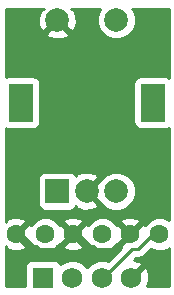
<source format=gbr>
G04 #@! TF.FileFunction,Copper,L2,Bot,Signal*
%FSLAX46Y46*%
G04 Gerber Fmt 4.6, Leading zero omitted, Abs format (unit mm)*
G04 Created by KiCad (PCBNEW 4.0.6) date Tue Nov  6 18:34:32 2018*
%MOMM*%
%LPD*%
G01*
G04 APERTURE LIST*
%ADD10C,0.100000*%
%ADD11C,2.000000*%
%ADD12R,2.000000X3.200000*%
%ADD13R,2.000000X2.000000*%
%ADD14C,1.600000*%
%ADD15R,1.750000X1.750000*%
%ADD16C,1.750000*%
%ADD17C,0.250000*%
%ADD18C,0.254000*%
G04 APERTURE END LIST*
D10*
D11*
X158924000Y-96675800D03*
X153924000Y-96675800D03*
D12*
X162024000Y-103675800D03*
X150824000Y-103675800D03*
D11*
X158924000Y-111175800D03*
X156424000Y-111175800D03*
D13*
X153924000Y-111175800D03*
D14*
X162560000Y-114808000D03*
X160060000Y-114808000D03*
X157734000Y-114808000D03*
X155234000Y-114808000D03*
X152908000Y-114808000D03*
X150408000Y-114808000D03*
D15*
X152704800Y-118491000D03*
D16*
X155204800Y-118491000D03*
X157704800Y-118491000D03*
X160204800Y-118491000D03*
D17*
X157704800Y-118491000D02*
X157734000Y-118618000D01*
X157734000Y-118618000D02*
X160274000Y-116078000D01*
X160274000Y-116078000D02*
X160782000Y-116078000D01*
X160782000Y-116078000D02*
X162052000Y-114808000D01*
X162052000Y-114808000D02*
X162560000Y-114808000D01*
X160060000Y-114808000D02*
X160020000Y-114808000D01*
X160020000Y-114808000D02*
X158750000Y-116078000D01*
X158750000Y-116078000D02*
X157226000Y-116078000D01*
X157226000Y-116078000D02*
X156972000Y-115824000D01*
X156972000Y-115824000D02*
X156718000Y-115824000D01*
X156718000Y-115824000D02*
X155702000Y-114808000D01*
X155702000Y-114808000D02*
X155234000Y-114808000D01*
X155234000Y-114808000D02*
X155194000Y-114808000D01*
X155194000Y-114808000D02*
X153924000Y-116078000D01*
X153924000Y-116078000D02*
X152400000Y-116078000D01*
X152400000Y-116078000D02*
X152146000Y-115824000D01*
X152146000Y-115824000D02*
X151892000Y-115824000D01*
X151892000Y-115824000D02*
X150876000Y-114808000D01*
X150876000Y-114808000D02*
X150408000Y-114808000D01*
D18*
G36*
X163374000Y-119178000D02*
X161561600Y-119178000D01*
X161726390Y-118725694D01*
X161700379Y-118125542D01*
X161520753Y-117691884D01*
X161266860Y-117608545D01*
X160384405Y-118491000D01*
X160398548Y-118505143D01*
X160218943Y-118684748D01*
X160204800Y-118670605D01*
X160190658Y-118684748D01*
X160011053Y-118505143D01*
X160025195Y-118491000D01*
X160011053Y-118476858D01*
X160190658Y-118297253D01*
X160204800Y-118311395D01*
X161087255Y-117428940D01*
X161003916Y-117175047D01*
X160452613Y-116974189D01*
X160588802Y-116838000D01*
X160782000Y-116838000D01*
X161072839Y-116780148D01*
X161319401Y-116615401D01*
X161862595Y-116072207D01*
X162273309Y-116242750D01*
X162844187Y-116243248D01*
X163371800Y-116025243D01*
X163374000Y-116023047D01*
X163374000Y-119178000D01*
X163374000Y-119178000D01*
G37*
X163374000Y-119178000D02*
X161561600Y-119178000D01*
X161726390Y-118725694D01*
X161700379Y-118125542D01*
X161520753Y-117691884D01*
X161266860Y-117608545D01*
X160384405Y-118491000D01*
X160398548Y-118505143D01*
X160218943Y-118684748D01*
X160204800Y-118670605D01*
X160190658Y-118684748D01*
X160011053Y-118505143D01*
X160025195Y-118491000D01*
X160011053Y-118476858D01*
X160190658Y-118297253D01*
X160204800Y-118311395D01*
X161087255Y-117428940D01*
X161003916Y-117175047D01*
X160452613Y-116974189D01*
X160588802Y-116838000D01*
X160782000Y-116838000D01*
X161072839Y-116780148D01*
X161319401Y-116615401D01*
X161862595Y-116072207D01*
X162273309Y-116242750D01*
X162844187Y-116243248D01*
X163371800Y-116025243D01*
X163374000Y-116023047D01*
X163374000Y-119178000D01*
G36*
X152504613Y-95801536D02*
X152278092Y-96411261D01*
X152302144Y-97061260D01*
X152504613Y-97550064D01*
X152771468Y-97648727D01*
X153744395Y-96675800D01*
X153730253Y-96661658D01*
X153909858Y-96482053D01*
X153924000Y-96496195D01*
X153938143Y-96482053D01*
X154117748Y-96661658D01*
X154103605Y-96675800D01*
X155076532Y-97648727D01*
X155343387Y-97550064D01*
X155569908Y-96940339D01*
X155545856Y-96290340D01*
X155343387Y-95801536D01*
X155084990Y-95706000D01*
X157581233Y-95706000D01*
X157538722Y-95748437D01*
X157289284Y-96349152D01*
X157288716Y-96999595D01*
X157537106Y-97600743D01*
X157996637Y-98061078D01*
X158597352Y-98310516D01*
X159247795Y-98311084D01*
X159848943Y-98062694D01*
X160309278Y-97603163D01*
X160558716Y-97002448D01*
X160559284Y-96352005D01*
X160310894Y-95750857D01*
X160266115Y-95706000D01*
X163374000Y-95706000D01*
X163374000Y-101546405D01*
X163275890Y-101479369D01*
X163024000Y-101428360D01*
X161024000Y-101428360D01*
X160788683Y-101472638D01*
X160572559Y-101611710D01*
X160427569Y-101823910D01*
X160376560Y-102075800D01*
X160376560Y-105275800D01*
X160420838Y-105511117D01*
X160559910Y-105727241D01*
X160772110Y-105872231D01*
X161024000Y-105923240D01*
X163024000Y-105923240D01*
X163259317Y-105878962D01*
X163374000Y-105805166D01*
X163374000Y-113592253D01*
X163373923Y-113592176D01*
X162846691Y-113373250D01*
X162275813Y-113372752D01*
X161748200Y-113590757D01*
X161344176Y-113994077D01*
X161316577Y-114060544D01*
X161313864Y-114053995D01*
X161067745Y-113979861D01*
X160239605Y-114808000D01*
X160253748Y-114822142D01*
X160074143Y-115001748D01*
X160060000Y-114987605D01*
X159231861Y-115815745D01*
X159285008Y-115992190D01*
X158211007Y-117066191D01*
X158006475Y-116981262D01*
X157405760Y-116980738D01*
X156850571Y-117210138D01*
X156454482Y-117605536D01*
X156061263Y-117211630D01*
X155506475Y-116981262D01*
X154905760Y-116980738D01*
X154350571Y-117210138D01*
X154181697Y-117378717D01*
X154043890Y-117164559D01*
X153831690Y-117019569D01*
X153579800Y-116968560D01*
X151829800Y-116968560D01*
X151594483Y-117012838D01*
X151378359Y-117151910D01*
X151233369Y-117364110D01*
X151182360Y-117616000D01*
X151182360Y-119178000D01*
X149554000Y-119178000D01*
X149554000Y-115841608D01*
X149579861Y-115815747D01*
X149653995Y-116061864D01*
X150191223Y-116254965D01*
X150761454Y-116227778D01*
X151162005Y-116061864D01*
X151236139Y-115815745D01*
X150408000Y-114987605D01*
X150393858Y-115001748D01*
X150214252Y-114822142D01*
X150228395Y-114808000D01*
X150587605Y-114808000D01*
X151415745Y-115636139D01*
X151661864Y-115562005D01*
X151664196Y-115555517D01*
X151690757Y-115619800D01*
X152094077Y-116023824D01*
X152621309Y-116242750D01*
X153192187Y-116243248D01*
X153719800Y-116025243D01*
X153929663Y-115815745D01*
X154405861Y-115815745D01*
X154479995Y-116061864D01*
X155017223Y-116254965D01*
X155587454Y-116227778D01*
X155988005Y-116061864D01*
X156062139Y-115815745D01*
X155234000Y-114987605D01*
X154405861Y-115815745D01*
X153929663Y-115815745D01*
X154123824Y-115621923D01*
X154129964Y-115607135D01*
X154226255Y-115636139D01*
X155054395Y-114808000D01*
X155413605Y-114808000D01*
X156241745Y-115636139D01*
X156487864Y-115562005D01*
X156490196Y-115555517D01*
X156516757Y-115619800D01*
X156920077Y-116023824D01*
X157447309Y-116242750D01*
X158018187Y-116243248D01*
X158545800Y-116025243D01*
X158949824Y-115621923D01*
X158955964Y-115607135D01*
X159052255Y-115636139D01*
X159880395Y-114808000D01*
X159052255Y-113979861D01*
X158956419Y-114008728D01*
X158951243Y-113996200D01*
X158755640Y-113800255D01*
X159231861Y-113800255D01*
X160060000Y-114628395D01*
X160888139Y-113800255D01*
X160814005Y-113554136D01*
X160276777Y-113361035D01*
X159706546Y-113388222D01*
X159305995Y-113554136D01*
X159231861Y-113800255D01*
X158755640Y-113800255D01*
X158547923Y-113592176D01*
X158020691Y-113373250D01*
X157449813Y-113372752D01*
X156922200Y-113590757D01*
X156518176Y-113994077D01*
X156490577Y-114060544D01*
X156487864Y-114053995D01*
X156241745Y-113979861D01*
X155413605Y-114808000D01*
X155054395Y-114808000D01*
X154226255Y-113979861D01*
X154130419Y-114008728D01*
X154125243Y-113996200D01*
X153929640Y-113800255D01*
X154405861Y-113800255D01*
X155234000Y-114628395D01*
X156062139Y-113800255D01*
X155988005Y-113554136D01*
X155450777Y-113361035D01*
X154880546Y-113388222D01*
X154479995Y-113554136D01*
X154405861Y-113800255D01*
X153929640Y-113800255D01*
X153721923Y-113592176D01*
X153194691Y-113373250D01*
X152623813Y-113372752D01*
X152096200Y-113590757D01*
X151692176Y-113994077D01*
X151664577Y-114060544D01*
X151661864Y-114053995D01*
X151415745Y-113979861D01*
X150587605Y-114808000D01*
X150228395Y-114808000D01*
X150214252Y-114793858D01*
X150393858Y-114614252D01*
X150408000Y-114628395D01*
X151236139Y-113800255D01*
X151162005Y-113554136D01*
X150624777Y-113361035D01*
X150054546Y-113388222D01*
X149653995Y-113554136D01*
X149579861Y-113800253D01*
X149554000Y-113774392D01*
X149554000Y-110175800D01*
X152276560Y-110175800D01*
X152276560Y-112175800D01*
X152320838Y-112411117D01*
X152459910Y-112627241D01*
X152672110Y-112772231D01*
X152924000Y-112823240D01*
X154924000Y-112823240D01*
X155159317Y-112778962D01*
X155375441Y-112639890D01*
X155499263Y-112458671D01*
X155549736Y-112595187D01*
X156159461Y-112821708D01*
X156809460Y-112797656D01*
X157298264Y-112595187D01*
X157396927Y-112328332D01*
X156424000Y-111355405D01*
X156409858Y-111369548D01*
X156230253Y-111189943D01*
X156244395Y-111175800D01*
X156603605Y-111175800D01*
X157576532Y-112148727D01*
X157582722Y-112146439D01*
X157996637Y-112561078D01*
X158597352Y-112810516D01*
X159247795Y-112811084D01*
X159848943Y-112562694D01*
X160309278Y-112103163D01*
X160558716Y-111502448D01*
X160559284Y-110852005D01*
X160310894Y-110250857D01*
X159851363Y-109790522D01*
X159250648Y-109541084D01*
X158600205Y-109540516D01*
X157999057Y-109788906D01*
X157582248Y-110204987D01*
X157576532Y-110202873D01*
X156603605Y-111175800D01*
X156244395Y-111175800D01*
X156230253Y-111161658D01*
X156409858Y-110982053D01*
X156424000Y-110996195D01*
X157396927Y-110023268D01*
X157298264Y-109756413D01*
X156688539Y-109529892D01*
X156038540Y-109553944D01*
X155549736Y-109756413D01*
X155498277Y-109895595D01*
X155388090Y-109724359D01*
X155175890Y-109579369D01*
X154924000Y-109528360D01*
X152924000Y-109528360D01*
X152688683Y-109572638D01*
X152472559Y-109711710D01*
X152327569Y-109923910D01*
X152276560Y-110175800D01*
X149554000Y-110175800D01*
X149554000Y-105859857D01*
X149572110Y-105872231D01*
X149824000Y-105923240D01*
X151824000Y-105923240D01*
X152059317Y-105878962D01*
X152275441Y-105739890D01*
X152420431Y-105527690D01*
X152471440Y-105275800D01*
X152471440Y-102075800D01*
X152427162Y-101840483D01*
X152288090Y-101624359D01*
X152075890Y-101479369D01*
X151824000Y-101428360D01*
X149824000Y-101428360D01*
X149588683Y-101472638D01*
X149554000Y-101494956D01*
X149554000Y-97828332D01*
X152951073Y-97828332D01*
X153049736Y-98095187D01*
X153659461Y-98321708D01*
X154309460Y-98297656D01*
X154798264Y-98095187D01*
X154896927Y-97828332D01*
X153924000Y-96855405D01*
X152951073Y-97828332D01*
X149554000Y-97828332D01*
X149554000Y-95706000D01*
X152763010Y-95706000D01*
X152504613Y-95801536D01*
X152504613Y-95801536D01*
G37*
X152504613Y-95801536D02*
X152278092Y-96411261D01*
X152302144Y-97061260D01*
X152504613Y-97550064D01*
X152771468Y-97648727D01*
X153744395Y-96675800D01*
X153730253Y-96661658D01*
X153909858Y-96482053D01*
X153924000Y-96496195D01*
X153938143Y-96482053D01*
X154117748Y-96661658D01*
X154103605Y-96675800D01*
X155076532Y-97648727D01*
X155343387Y-97550064D01*
X155569908Y-96940339D01*
X155545856Y-96290340D01*
X155343387Y-95801536D01*
X155084990Y-95706000D01*
X157581233Y-95706000D01*
X157538722Y-95748437D01*
X157289284Y-96349152D01*
X157288716Y-96999595D01*
X157537106Y-97600743D01*
X157996637Y-98061078D01*
X158597352Y-98310516D01*
X159247795Y-98311084D01*
X159848943Y-98062694D01*
X160309278Y-97603163D01*
X160558716Y-97002448D01*
X160559284Y-96352005D01*
X160310894Y-95750857D01*
X160266115Y-95706000D01*
X163374000Y-95706000D01*
X163374000Y-101546405D01*
X163275890Y-101479369D01*
X163024000Y-101428360D01*
X161024000Y-101428360D01*
X160788683Y-101472638D01*
X160572559Y-101611710D01*
X160427569Y-101823910D01*
X160376560Y-102075800D01*
X160376560Y-105275800D01*
X160420838Y-105511117D01*
X160559910Y-105727241D01*
X160772110Y-105872231D01*
X161024000Y-105923240D01*
X163024000Y-105923240D01*
X163259317Y-105878962D01*
X163374000Y-105805166D01*
X163374000Y-113592253D01*
X163373923Y-113592176D01*
X162846691Y-113373250D01*
X162275813Y-113372752D01*
X161748200Y-113590757D01*
X161344176Y-113994077D01*
X161316577Y-114060544D01*
X161313864Y-114053995D01*
X161067745Y-113979861D01*
X160239605Y-114808000D01*
X160253748Y-114822142D01*
X160074143Y-115001748D01*
X160060000Y-114987605D01*
X159231861Y-115815745D01*
X159285008Y-115992190D01*
X158211007Y-117066191D01*
X158006475Y-116981262D01*
X157405760Y-116980738D01*
X156850571Y-117210138D01*
X156454482Y-117605536D01*
X156061263Y-117211630D01*
X155506475Y-116981262D01*
X154905760Y-116980738D01*
X154350571Y-117210138D01*
X154181697Y-117378717D01*
X154043890Y-117164559D01*
X153831690Y-117019569D01*
X153579800Y-116968560D01*
X151829800Y-116968560D01*
X151594483Y-117012838D01*
X151378359Y-117151910D01*
X151233369Y-117364110D01*
X151182360Y-117616000D01*
X151182360Y-119178000D01*
X149554000Y-119178000D01*
X149554000Y-115841608D01*
X149579861Y-115815747D01*
X149653995Y-116061864D01*
X150191223Y-116254965D01*
X150761454Y-116227778D01*
X151162005Y-116061864D01*
X151236139Y-115815745D01*
X150408000Y-114987605D01*
X150393858Y-115001748D01*
X150214252Y-114822142D01*
X150228395Y-114808000D01*
X150587605Y-114808000D01*
X151415745Y-115636139D01*
X151661864Y-115562005D01*
X151664196Y-115555517D01*
X151690757Y-115619800D01*
X152094077Y-116023824D01*
X152621309Y-116242750D01*
X153192187Y-116243248D01*
X153719800Y-116025243D01*
X153929663Y-115815745D01*
X154405861Y-115815745D01*
X154479995Y-116061864D01*
X155017223Y-116254965D01*
X155587454Y-116227778D01*
X155988005Y-116061864D01*
X156062139Y-115815745D01*
X155234000Y-114987605D01*
X154405861Y-115815745D01*
X153929663Y-115815745D01*
X154123824Y-115621923D01*
X154129964Y-115607135D01*
X154226255Y-115636139D01*
X155054395Y-114808000D01*
X155413605Y-114808000D01*
X156241745Y-115636139D01*
X156487864Y-115562005D01*
X156490196Y-115555517D01*
X156516757Y-115619800D01*
X156920077Y-116023824D01*
X157447309Y-116242750D01*
X158018187Y-116243248D01*
X158545800Y-116025243D01*
X158949824Y-115621923D01*
X158955964Y-115607135D01*
X159052255Y-115636139D01*
X159880395Y-114808000D01*
X159052255Y-113979861D01*
X158956419Y-114008728D01*
X158951243Y-113996200D01*
X158755640Y-113800255D01*
X159231861Y-113800255D01*
X160060000Y-114628395D01*
X160888139Y-113800255D01*
X160814005Y-113554136D01*
X160276777Y-113361035D01*
X159706546Y-113388222D01*
X159305995Y-113554136D01*
X159231861Y-113800255D01*
X158755640Y-113800255D01*
X158547923Y-113592176D01*
X158020691Y-113373250D01*
X157449813Y-113372752D01*
X156922200Y-113590757D01*
X156518176Y-113994077D01*
X156490577Y-114060544D01*
X156487864Y-114053995D01*
X156241745Y-113979861D01*
X155413605Y-114808000D01*
X155054395Y-114808000D01*
X154226255Y-113979861D01*
X154130419Y-114008728D01*
X154125243Y-113996200D01*
X153929640Y-113800255D01*
X154405861Y-113800255D01*
X155234000Y-114628395D01*
X156062139Y-113800255D01*
X155988005Y-113554136D01*
X155450777Y-113361035D01*
X154880546Y-113388222D01*
X154479995Y-113554136D01*
X154405861Y-113800255D01*
X153929640Y-113800255D01*
X153721923Y-113592176D01*
X153194691Y-113373250D01*
X152623813Y-113372752D01*
X152096200Y-113590757D01*
X151692176Y-113994077D01*
X151664577Y-114060544D01*
X151661864Y-114053995D01*
X151415745Y-113979861D01*
X150587605Y-114808000D01*
X150228395Y-114808000D01*
X150214252Y-114793858D01*
X150393858Y-114614252D01*
X150408000Y-114628395D01*
X151236139Y-113800255D01*
X151162005Y-113554136D01*
X150624777Y-113361035D01*
X150054546Y-113388222D01*
X149653995Y-113554136D01*
X149579861Y-113800253D01*
X149554000Y-113774392D01*
X149554000Y-110175800D01*
X152276560Y-110175800D01*
X152276560Y-112175800D01*
X152320838Y-112411117D01*
X152459910Y-112627241D01*
X152672110Y-112772231D01*
X152924000Y-112823240D01*
X154924000Y-112823240D01*
X155159317Y-112778962D01*
X155375441Y-112639890D01*
X155499263Y-112458671D01*
X155549736Y-112595187D01*
X156159461Y-112821708D01*
X156809460Y-112797656D01*
X157298264Y-112595187D01*
X157396927Y-112328332D01*
X156424000Y-111355405D01*
X156409858Y-111369548D01*
X156230253Y-111189943D01*
X156244395Y-111175800D01*
X156603605Y-111175800D01*
X157576532Y-112148727D01*
X157582722Y-112146439D01*
X157996637Y-112561078D01*
X158597352Y-112810516D01*
X159247795Y-112811084D01*
X159848943Y-112562694D01*
X160309278Y-112103163D01*
X160558716Y-111502448D01*
X160559284Y-110852005D01*
X160310894Y-110250857D01*
X159851363Y-109790522D01*
X159250648Y-109541084D01*
X158600205Y-109540516D01*
X157999057Y-109788906D01*
X157582248Y-110204987D01*
X157576532Y-110202873D01*
X156603605Y-111175800D01*
X156244395Y-111175800D01*
X156230253Y-111161658D01*
X156409858Y-110982053D01*
X156424000Y-110996195D01*
X157396927Y-110023268D01*
X157298264Y-109756413D01*
X156688539Y-109529892D01*
X156038540Y-109553944D01*
X155549736Y-109756413D01*
X155498277Y-109895595D01*
X155388090Y-109724359D01*
X155175890Y-109579369D01*
X154924000Y-109528360D01*
X152924000Y-109528360D01*
X152688683Y-109572638D01*
X152472559Y-109711710D01*
X152327569Y-109923910D01*
X152276560Y-110175800D01*
X149554000Y-110175800D01*
X149554000Y-105859857D01*
X149572110Y-105872231D01*
X149824000Y-105923240D01*
X151824000Y-105923240D01*
X152059317Y-105878962D01*
X152275441Y-105739890D01*
X152420431Y-105527690D01*
X152471440Y-105275800D01*
X152471440Y-102075800D01*
X152427162Y-101840483D01*
X152288090Y-101624359D01*
X152075890Y-101479369D01*
X151824000Y-101428360D01*
X149824000Y-101428360D01*
X149588683Y-101472638D01*
X149554000Y-101494956D01*
X149554000Y-97828332D01*
X152951073Y-97828332D01*
X153049736Y-98095187D01*
X153659461Y-98321708D01*
X154309460Y-98297656D01*
X154798264Y-98095187D01*
X154896927Y-97828332D01*
X153924000Y-96855405D01*
X152951073Y-97828332D01*
X149554000Y-97828332D01*
X149554000Y-95706000D01*
X152763010Y-95706000D01*
X152504613Y-95801536D01*
M02*

</source>
